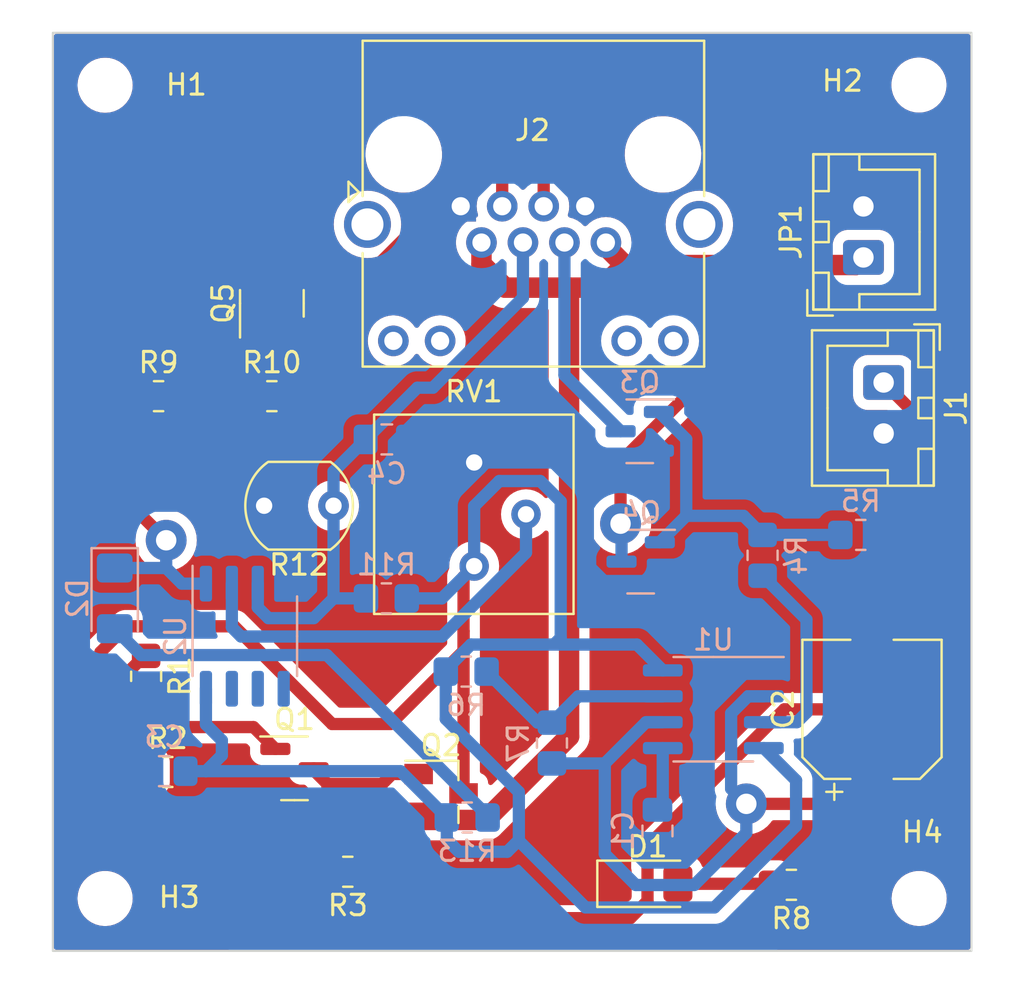
<source format=kicad_pcb>
(kicad_pcb (version 20221018) (generator pcbnew)
  (layers (0 "F.Cu" signal) (31 "B.Cu" signal) (34 "B.Paste" user) (35 "F.Paste" user) (36 "B.SilkS" user "B.Silkscreen") (37 "F.SilkS" user "F.Silkscreen") (38 "B.Mask" user) (39 "F.Mask" user) (44 "Edge.Cuts" user))
  (net 0 "")
  (net 1 "Net-(U1-CV)")
  (net 2 "GND")
  (net 3 "/Direccionales/TRIG")
  (net 4 "/+VL")
  (net 5 "/Luz Frontal/Vswf")
  (net 6 "Net-(D1-A)")
  (net 7 "/Luz Frontal/Vop")
  (net 8 "Net-(D2-A)")
  (net 9 "+5V")
  (net 10 "/Luz Frontal/VDD_FRONT")
  (net 11 "/Direccionales/VDD_der")
  (net 12 "/Direccionales/VDD_izq")
  (net 13 "/CtrLuces")
  (net 14 "Net-(Q1-Pad1)")
  (net 15 "Net-(Q2-G)")
  (net 16 "/Direccionales/Vosc")
  (net 17 "Net-(Q5-Pad1)")
  (net 18 "/Direccionales/V555")
  (net 19 "Net-(U1-DIS)")
  (net 20 "Net-(U2A--)")
  (footprint "MountingHole:MountingHole_2.2mm_M2" (layer "F.Cu") (at 72.43 32.56)
    (fp_text reference "H2" (at -3.75 -0.2) (layer "F.SilkS"))
    (fp_text value "MountingHole")
    (pad "" np_thru_hole circle (at 0 0) (size 2.2 2.2) (drill 2.2) (layers "*.Cu" "*.Mask"))
  )
  (footprint "MountingHole:MountingHole_2.2mm_M2" (layer "F.Cu") (at 32.56 32.57)
    (fp_text reference "H1" (at 3.98 -0.02) (layer "F.SilkS"))
    (fp_text value "MountingHole")
    (pad "" np_thru_hole circle (at 0 0) (size 2.2 2.2) (drill 2.2) (layers "*.Cu" "*.Mask"))
  )
  (footprint "Package_TO_SOT_SMD:SuperSOT-3" (layer "F.Cu") (at 49.02 67.28)
    (fp_text reference "Q2" (at 0 -2.35) (layer "F.SilkS"))
    (fp_text value "FDN340P")
    (fp_line (start -1.75 -1.6) (end 0.85 -1.6) (stroke (width 0.12)) (layer "F.SilkS"))
    (fp_line (start 0.85 -1.6) (end 0.85 -0.65) (stroke (width 0.12)) (layer "F.SilkS"))
    (fp_line (start 0.85 0.65) (end 0.85 1.45) (stroke (width 0.12)) (layer "F.SilkS"))
    (pad "1" smd rect (at -1.1 -0.95) (size 1.4 1) (layers "F.Cu" "F.Paste" "F.Mask") (net 15 "Net-(Q2-G)"))
    (pad "2" smd rect (at -1.1 0.95) (size 1.4 1) (layers "F.Cu" "F.Paste" "F.Mask") (net 9 "+5V"))
    (pad "3" smd rect (at 1.1 0) (size 1.4 1) (layers "F.Cu" "F.Paste" "F.Mask") (net 4 "/+VL"))
  )
  (footprint "MountingHole:MountingHole_2.2mm_M2" (layer "F.Cu") (at 32.56 72.43)
    (fp_text reference "H3" (at 3.63 -0.06) (layer "F.SilkS"))
    (fp_text value "MountingHole")
    (pad "" np_thru_hole circle (at 0 0) (size 2.2 2.2) (drill 2.2) (layers "*.Cu" "*.Mask"))
  )
  (footprint "Resistor_SMD:R_0805_2012Metric_Pad1.20x1.40mm_HandSolder" (layer "F.Cu") (at 40.73 47.81)
    (fp_text reference "R10" (at 0 -1.65) (layer "F.SilkS"))
    (fp_text value "100k")
    (fp_line (start -0.227064 -0.735) (end 0.227064 -0.735) (stroke (width 0.12)) (layer "F.SilkS"))
    (fp_line (start -0.227064 0.735) (end 0.227064 0.735) (stroke (width 0.12)) (layer "F.SilkS"))
    (pad "1" smd roundrect (at -1 0) (size 1.2 1.4) (layers "F.Cu" "F.Paste" "F.Mask") (roundrect_rratio 0.208333) (net 17 "Net-(Q5-Pad1)"))
    (pad "2" smd roundrect (at 1 0) (size 1.2 1.4) (layers "F.Cu" "F.Paste" "F.Mask") (roundrect_rratio 0.208333) (net 2 "GND"))
  )
  (footprint "Connector_JST:JST_XH_B2B-XH-A_1x02_P2.50mm_Vertical" (layer "F.Cu") (at 69.71 41.01 90)
    (fp_text reference "JP1" (at 1.25 -3.55 90) (layer "F.SilkS"))
    (fp_text value "Conn_01x02")
    (fp_line (start -2.85 -2.75) (end -2.85 -1.5) (stroke (width 0.12)) (layer "F.SilkS"))
    (fp_line (start -2.56 -2.46) (end -2.56 3.51) (stroke (width 0.12)) (layer "F.SilkS"))
    (fp_line (start -2.56 3.51) (end 5.06 3.51) (stroke (width 0.12)) (layer "F.SilkS"))
    (fp_line (start -2.55 -2.45) (end -2.55 -1.7) (stroke (width 0.12)) (layer "F.SilkS"))
    (fp_line (start -2.55 -1.7) (end -0.75 -1.7) (stroke (width 0.12)) (layer "F.SilkS"))
    (fp_line (start -2.55 -0.2) (end -1.8 -0.2) (stroke (width 0.12)) (layer "F.SilkS"))
    (fp_line (start -1.8 -0.2) (end -1.8 2.75) (stroke (width 0.12)) (layer "F.SilkS"))
    (fp_line (start -1.8 2.75) (end 1.25 2.75) (stroke (width 0.12)) (layer "F.SilkS"))
    (fp_line (start -1.6 -2.75) (end -2.85 -2.75) (stroke (width 0.12)) (layer "F.SilkS"))
    (fp_line (start -0.75 -2.45) (end -2.55 -2.45) (stroke (width 0.12)) (layer "F.SilkS"))
    (fp_line (start -0.75 -1.7) (end -0.75 -2.45) (stroke (width 0.12)) (layer "F.SilkS"))
    (fp_line (start 0.75 -2.45) (end 0.75 -1.7) (stroke (width 0.12)) (layer "F.SilkS"))
    (fp_line (start 0.75 -1.7) (end 1.75 -1.7) (stroke (width 0.12)) (layer "F.SilkS"))
    (fp_line (start 1.75 -2.45) (end 0.75 -2.45) (stroke (width 0.12)) (layer "F.SilkS"))
    (fp_line (start 1.75 -1.7) (end 1.75 -2.45) (stroke (width 0.12)) (layer "F.SilkS"))
    (fp_line (start 3.25 -2.45) (end 3.25 -1.7) (stroke (width 0.12)) (layer "F.SilkS"))
    (fp_line (start 3.25 -1.7) (end 5.05 -1.7) (stroke (width 0.12)) (layer "F.SilkS"))
    (fp_line (start 4.3 -0.2) (end 4.3 2.75) (stroke (width 0.12)) (layer "F.SilkS"))
    (fp_line (start 4.3 2.75) (end 1.25 2.75) (stroke (width 0.12)) (layer "F.SilkS"))
    (fp_line (start 5.05 -2.45) (end 3.25 -2.45) (stroke (width 0.12)) (layer "F.SilkS"))
    (fp_line (start 5.05 -1.7) (end 5.05 -2.45) (stroke (width 0.12)) (layer "F.SilkS"))
    (fp_line (start 5.05 -0.2) (end 4.3 -0.2) (stroke (width 0.12)) (layer "F.SilkS"))
    (fp_line (start 5.06 -2.46) (end -2.56 -2.46) (stroke (width 0.12)) (layer "F.SilkS"))
    (fp_line (start 5.06 3.51) (end 5.06 -2.46) (stroke (width 0.12)) (layer "F.SilkS"))
    (pad "1" thru_hole roundrect (at 0 0 90) (size 1.7 2) (drill 1) (layers "*.Cu" "*.Mask") (roundrect_rratio 0.147059) (net 9 "+5V"))
    (pad "2" thru_hole oval (at 2.5 0 90) (size 1.7 2) (drill 1) (layers "*.Cu" "*.Mask") (net 2 "GND"))
  )
  (footprint "Connector_RJ:RJ45_Amphenol_RJHSE538X" (layer "F.Cu") (at 49.982 38.5)
    (fp_text reference "J2" (at 3.51 -3.72) (layer "F.SilkS"))
    (fp_text value "RJ45")
    (fp_line (start -5.5 -1.2) (end -5 -0.7) (stroke (width 0.12)) (layer "F.SilkS"))
    (fp_line (start -5.5 -0.2) (end -5.5 -1.2) (stroke (width 0.12)) (layer "F.SilkS"))
    (fp_line (start -5 -0.7) (end -5.5 -0.2) (stroke (width 0.12)) (layer "F.SilkS"))
    (fp_line (start -4.805 -8.11) (end -4.805 -0.5) (stroke (width 0.12)) (layer "F.SilkS"))
    (fp_line (start -4.805 -8.11) (end 11.925 -8.11) (stroke (width 0.12)) (layer "F.SilkS"))
    (fp_line (start -4.805 7.86) (end -4.805 2.3) (stroke (width 0.12)) (layer "F.SilkS"))
    (fp_line (start -4.805 7.86) (end 11.925 7.86) (stroke (width 0.12)) (layer "F.SilkS"))
    (fp_line (start 11.925 -8.11) (end 11.925 -0.5) (stroke (width 0.12)) (layer "F.SilkS"))
    (fp_line (start 11.925 7.86) (end 11.925 2.3) (stroke (width 0.12)) (layer "F.SilkS"))
    (pad "" np_thru_hole circle (at -2.79 -2.54) (size 3.25 3.25) (drill 3.25) (layers "*.Cu" "*.Mask"))
    (pad "" np_thru_hole circle (at 9.91 -2.54) (size 3.25 3.25) (drill 3.25) (layers "*.Cu" "*.Mask"))
    (pad "1" thru_hole rect (at 0 0) (size 1.5 1.5) (drill 0.89) (layers "*.Cu" "*.Mask") (net 2 "GND"))
    (pad "2" thru_hole circle (at 1.016 1.78) (size 1.5 1.5) (drill 0.89) (layers "*.Cu" "*.Mask") (net 9 "+5V"))
    (pad "3" thru_hole circle (at 2.032 0) (size 1.5 1.5) (drill 0.89) (layers "*.Cu" "*.Mask") (net 10 "/Luz Frontal/VDD_FRONT"))
    (pad "4" thru_hole circle (at 3.048 1.78) (size 1.5 1.5) (drill 0.89) (layers "*.Cu" "*.Mask") (net 5 "/Luz Frontal/Vswf"))
    (pad "5" thru_hole circle (at 4.064 0) (size 1.5 1.5) (drill 0.89) (layers "*.Cu" "*.Mask") (net 11 "/Direccionales/VDD_der"))
    (pad "6" thru_hole circle (at 5.08 1.78) (size 1.5 1.5) (drill 0.89) (layers "*.Cu" "*.Mask") (net 12 "/Direccionales/VDD_izq"))
    (pad "7" thru_hole circle (at 6.096 0) (size 1.5 1.5) (drill 0.89) (layers "*.Cu" "*.Mask") (net 2 "GND"))
    (pad "8" thru_hole circle (at 7.112 1.78) (size 1.5 1.5) (drill 0.89) (layers "*.Cu" "*.Mask") (net 9 "+5V"))
    (pad "9" thru_hole circle (at -3.3 6.6) (size 1.5 1.5) (drill 0.89) (layers "*.Cu" "*.Mask"))
    (pad "10" thru_hole circle (at -1.01 6.6) (size 1.5 1.5) (drill 0.89) (layers "*.Cu" "*.Mask"))
    (pad "11" thru_hole circle (at 8.13 6.6) (size 1.5 1.5) (drill 0.89) (layers "*.Cu" "*.Mask"))
    (pad "12" thru_hole circle (at 10.42 6.6) (size 1.5 1.5) (drill 0.89) (layers "*.Cu" "*.Mask"))
    (pad "SH" thru_hole circle (at -4.57 0.89) (size 2.3 2.3) (drill 1.57) (layers "*.Cu" "*.Mask"))
    (pad "SH" thru_hole circle (at 11.69 0.89) (size 2.3 2.3) (drill 1.57) (layers "*.Cu" "*.Mask"))
  )
  (footprint "Connector_JST:JST_XH_B2B-XH-A_1x02_P2.50mm_Vertical" (layer "F.Cu") (at 70.7 47.14 -90)
    (fp_text reference "J1" (at 1.25 -3.55 90) (layer "F.SilkS"))
    (fp_text value "Conn_01x02")
    (fp_line (start -2.85 -2.75) (end -2.85 -1.5) (stroke (width 0.12)) (layer "F.SilkS"))
    (fp_line (start -2.56 -2.46) (end -2.56 3.51) (stroke (width 0.12)) (layer "F.SilkS"))
    (fp_line (start -2.56 3.51) (end 5.06 3.51) (stroke (width 0.12)) (layer "F.SilkS"))
    (fp_line (start -2.55 -2.45) (end -2.55 -1.7) (stroke (width 0.12)) (layer "F.SilkS"))
    (fp_line (start -2.55 -1.7) (end -0.75 -1.7) (stroke (width 0.12)) (layer "F.SilkS"))
    (fp_line (start -2.55 -0.2) (end -1.8 -0.2) (stroke (width 0.12)) (layer "F.SilkS"))
    (fp_line (start -1.8 -0.2) (end -1.8 2.75) (stroke (width 0.12)) (layer "F.SilkS"))
    (fp_line (start -1.8 2.75) (end 1.25 2.75) (stroke (width 0.12)) (layer "F.SilkS"))
    (fp_line (start -1.6 -2.75) (end -2.85 -2.75) (stroke (width 0.12)) (layer "F.SilkS"))
    (fp_line (start -0.75 -2.45) (end -2.55 -2.45) (stroke (width 0.12)) (layer "F.SilkS"))
    (fp_line (start -0.75 -1.7) (end -0.75 -2.45) (stroke (width 0.12)) (layer "F.SilkS"))
    (fp_line (start 0.75 -2.45) (end 0.75 -1.7) (stroke (width 0.12)) (layer "F.SilkS"))
    (fp_line (start 0.75 -1.7) (end 1.75 -1.7) (stroke (width 0.12)) (layer "F.SilkS"))
    (fp_line (start 1.75 -2.45) (end 0.75 -2.45) (stroke (width 0.12)) (layer "F.SilkS"))
    (fp_line (start 1.75 -1.7) (end 1.75 -2.45) (stroke (width 0.12)) (layer "F.SilkS"))
    (fp_line (start 3.25 -2.45) (end 3.25 -1.7) (stroke (width 0.12)) (layer "F.SilkS"))
    (fp_line (start 3.25 -1.7) (end 5.05 -1.7) (stroke (width 0.12)) (layer "F.SilkS"))
    (fp_line (start 4.3 -0.2) (end 4.3 2.75) (stroke (width 0.12)) (layer "F.SilkS"))
    (fp_line (start 4.3 2.75) (end 1.25 2.75) (stroke (width 0.12)) (layer "F.SilkS"))
    (fp_line (start 5.05 -2.45) (end 3.25 -2.45) (stroke (width 0.12)) (layer "F.SilkS"))
    (fp_line (start 5.05 -1.7) (end 5.05 -2.45) (stroke (width 0.12)) (layer "F.SilkS"))
    (fp_line (start 5.05 -0.2) (end 4.3 -0.2) (stroke (width 0.12)) (layer "F.SilkS"))
    (fp_line (start 5.06 -2.46) (end -2.56 -2.46) (stroke (width 0.12)) (layer "F.SilkS"))
    (fp_line (start 5.06 3.51) (end 5.06 -2.46) (stroke (width 0.12)) (layer "F.SilkS"))
    (pad "1" thru_hole roundrect (at 0 0 270) (size 1.7 2) (drill 1) (layers "*.Cu" "*.Mask") (roundrect_rratio 0.147059) (net 13 "/CtrLuces"))
    (pad "2" thru_hole oval (at 2.5 0 270) (size 1.7 2) (drill 1) (layers "*.Cu" "*.Mask") (net 2 "GND"))
  )
  (footprint "LED_SMD:LED_1206_3216Metric_Pad1.42x1.75mm_HandSolder" (layer "F.Cu") (at 59.1325 71.71)
    (fp_text reference "D1" (at 0 -1.82) (layer "F.SilkS"))
    (fp_text value "Power LED")
    (fp_line (start -2.46 -1.135) (end -2.46 1.135) (stroke (width 0.12)) (layer "F.SilkS"))
    (fp_line (start -2.46 1.135) (end 1.6 1.135) (stroke (width 0.12)) (layer "F.SilkS"))
    (fp_line (start 1.6 -1.135) (end -2.46 -1.135) (stroke (width 0.12)) (layer "F.SilkS"))
    (pad "1" smd roundrect (at -1.4875 0) (size 1.425 1.75) (layers "F.Cu" "F.Paste" "F.Mask") (roundrect_rratio 0.175439) (net 2 "GND"))
    (pad "2" smd roundrect (at 1.4875 0) (size 1.425 1.75) (layers "F.Cu" "F.Paste" "F.Mask") (roundrect_rratio 0.175439) (net 6 "Net-(D1-A)"))
  )
  (footprint "Resistor_SMD:R_0805_2012Metric_Pad1.20x1.40mm_HandSolder" (layer "F.Cu") (at 34.57 61.54 -90)
    (fp_text reference "R1" (at 0 -1.65 90) (layer "F.SilkS"))
    (fp_text value "1k")
    (fp_line (start -0.227064 -0.735) (end 0.227064 -0.735) (stroke (width 0.12)) (layer "F.SilkS"))
    (fp_line (start -0.227064 0.735) (end 0.227064 0.735) (stroke (width 0.12)) (layer "F.SilkS"))
    (pad "1" smd roundrect (at -1 0 270) (size 1.2 1.4) (layers "F.Cu" "F.Paste" "F.Mask") (roundrect_rratio 0.208333) (net 13 "/CtrLuces"))
    (pad "2" smd roundrect (at 1 0 270) (size 1.2 1.4) (layers "F.Cu" "F.Paste" "F.Mask") (roundrect_rratio 0.208333) (net 14 "Net-(Q1-Pad1)"))
  )
  (footprint "Resistor_SMD:R_0805_2012Metric_Pad1.20x1.40mm_HandSolder" (layer "F.Cu") (at 35.18 47.81)
    (fp_text reference "R9" (at 0 -1.65) (layer "F.SilkS"))
    (fp_text value "1k")
    (fp_line (start -0.227064 -0.735) (end 0.227064 -0.735) (stroke (width 0.12)) (layer "F.SilkS"))
    (fp_line (start -0.227064 0.735) (end 0.227064 0.735) (stroke (width 0.12)) (layer "F.SilkS"))
    (pad "1" smd roundrect (at -1 0) (size 1.2 1.4) (layers "F.Cu" "F.Paste" "F.Mask") (roundrect_rratio 0.208333) (net 7 "/Luz Frontal/Vop"))
    (pad "2" smd roundrect (at 1 0) (size 1.2 1.4) (layers "F.Cu" "F.Paste" "F.Mask") (roundrect_rratio 0.208333) (net 17 "Net-(Q5-Pad1)"))
  )
  (footprint "Resistor_SMD:R_0805_2012Metric_Pad1.20x1.40mm_HandSolder" (layer "F.Cu") (at 44.45 71.12 180)
    (fp_text reference "R3" (at 0 -1.65) (layer "F.SilkS"))
    (fp_text value "100k")
    (fp_line (start -0.227064 -0.735) (end 0.227064 -0.735) (stroke (width 0.12)) (layer "F.SilkS"))
    (fp_line (start -0.227064 0.735) (end 0.227064 0.735) (stroke (width 0.12)) (layer "F.SilkS"))
    (pad "1" smd roundrect (at -1 0 180) (size 1.2 1.4) (layers "F.Cu" "F.Paste" "F.Mask") (roundrect_rratio 0.208333) (net 9 "+5V"))
    (pad "2" smd roundrect (at 1 0 180) (size 1.2 1.4) (layers "F.Cu" "F.Paste" "F.Mask") (roundrect_rratio 0.208333) (net 15 "Net-(Q2-G)"))
  )
  (footprint "Capacitor_SMD:CP_Elec_6.3x5.4" (layer "F.Cu") (at 70.13 63.16 90)
    (fp_text reference "C2" (at 0 -4.35 90) (layer "F.SilkS"))
    (fp_text value "100u")
    (fp_line (start -4.4375 -1.8475) (end -3.65 -1.8475) (stroke (width 0.12)) (layer "F.SilkS"))
    (fp_line (start -4.04375 -2.24125) (end -4.04375 -1.45375) (stroke (width 0.12)) (layer "F.SilkS"))
    (fp_line (start -3.41 -2.345563) (end -3.41 -1.06) (stroke (width 0.12)) (layer "F.SilkS"))
    (fp_line (start -3.41 -2.345563) (end -2.345563 -3.41) (stroke (width 0.12)) (layer "F.SilkS"))
    (fp_line (start -3.41 2.345563) (end -3.41 1.06) (stroke (width 0.12)) (layer "F.SilkS"))
    (fp_line (start -3.41 2.345563) (end -2.345563 3.41) (stroke (width 0.12)) (layer "F.SilkS"))
    (fp_line (start -2.345563 -3.41) (end 3.41 -3.41) (stroke (width 0.12)) (layer "F.SilkS"))
    (fp_line (start -2.345563 3.41) (end 3.41 3.41) (stroke (width 0.12)) (layer "F.SilkS"))
    (fp_line (start 3.41 -3.41) (end 3.41 -1.06) (stroke (width 0.12)) (layer "F.SilkS"))
    (fp_line (start 3.41 3.41) (end 3.41 1.06) (stroke (width 0.12)) (layer "F.SilkS"))
    (pad "1" smd roundrect (at -2.8 0 90) (size 3.5 1.6) (layers "F.Cu" "F.Paste" "F.Mask") (roundrect_rratio 0.15625) (net 3 "/Direccionales/TRIG"))
    (pad "2" smd roundrect (at 2.8 0 90) (size 3.5 1.6) (layers "F.Cu" "F.Paste" "F.Mask") (roundrect_rratio 0.15625) (net 2 "GND"))
  )
  (footprint "MountingHole:MountingHole_2.2mm_M2" (layer "F.Cu") (at 72.44 72.43)
    (fp_text reference "H4" (at 0.15 -3.25) (layer "F.SilkS"))
    (fp_text value "MountingHole")
    (pad "" np_thru_hole circle (at 0 0) (size 2.2 2.2) (drill 2.2) (layers "*.Cu" "*.Mask"))
  )
  (footprint "OptoDevice:R_LDR_5.1x4.3mm_P3.4mm_Vertical" (layer "F.Cu") (at 43.75 53.18 180)
    (fp_text reference "R12" (at 1.7 -2.9) (layer "F.SilkS"))
    (fp_text value "LDR07")
    (fp_line (start 0.15 -2.15) (end 3.2 -2.15) (stroke (width 0.12)) (layer "F.SilkS"))
    (fp_line (start 0.15 2.15) (end 3.2 2.15) (stroke (width 0.12)) (layer "F.SilkS"))
    (fp_arc (start 0.15 2.15) (mid -0.950438 -0.013368) (end 0.171766 -2.165525) (stroke (width 0.12)) (layer "F.SilkS"))
    (fp_arc (start 3.2 -2.15) (mid 4.321403 -0.027338) (end 3.244513 2.118249) (stroke (width 0.12)) (layer "F.SilkS"))
    (pad "1" thru_hole circle (at 0 0 180) (size 1.5 1.5) (drill 0.8) (layers "*.Cu" "*.Mask") (net 5 "/Luz Frontal/Vswf"))
    (pad "2" thru_hole circle (at 3.4 0 180) (size 1.5 1.5) (drill 0.8) (layers "*.Cu" "*.Mask") (net 2 "GND"))
  )
  (footprint "Package_TO_SOT_SMD:SOT-23" (layer "F.Cu") (at 40.73 43.26 90)
    (fp_text reference "Q5" (at 0 -2.4 90) (layer "F.SilkS"))
    (fp_text value "SI2302")
    (fp_line (start 0 -1.56) (end -1.675 -1.56) (stroke (width 0.12)) (layer "F.SilkS"))
    (fp_line (start 0 -1.56) (end 0.65 -1.56) (stroke (width 0.12)) (layer "F.SilkS"))
    (fp_line (start 0 1.56) (end -0.65 1.56) (stroke (width 0.12)) (layer "F.SilkS"))
    (fp_line (start 0 1.56) (end 0.65 1.56) (stroke (width 0.12)) (layer "F.SilkS"))
    (pad "1" smd roundrect (at -0.9375 -0.95 90) (size 1.475 0.6) (layers "F.Cu" "F.Paste" "F.Mask") (net 17 "Net-(Q5-Pad1)"))
    (pad "2" smd roundrect (at -0.9375 0.95 90) (size 1.475 0.6) (layers "F.Cu" "F.Paste" "F.Mask") (net 2 "GND"))
    (pad "3" smd roundrect (at 0.9375 0 90) (size 1.475 0.6) (layers "F.Cu" "F.Paste" "F.Mask") (net 10 "/Luz Frontal/VDD_FRONT"))
  )
  (footprint "Package_TO_SOT_SMD:SOT-23" (layer "F.Cu") (at 41.8375 66.05)
    (fp_text reference "Q1" (at 0 -2.4) (layer "F.SilkS"))
    (fp_text value "SI2302")
    (fp_line (start 0 -1.56) (end -1.675 -1.56) (stroke (width 0.12)) (layer "F.SilkS"))
    (fp_line (start 0 -1.56) (end 0.65 -1.56) (stroke (width 0.12)) (layer "F.SilkS"))
    (fp_line (start 0 1.56) (end -0.65 1.56) (stroke (width 0.12)) (layer "F.SilkS"))
    (fp_line (start 0 1.56) (end 0.65 1.56) (stroke (width 0.12)) (layer "F.SilkS"))
    (pad "1" smd roundrect (at -0.9375 -0.95) (size 1.475 0.6) (layers "F.Cu" "F.Paste" "F.Mask") (net 14 "Net-(Q1-Pad1)"))
    (pad "2" smd roundrect (at -0.9375 0.95) (size 1.475 0.6) (layers "F.Cu" "F.Paste" "F.Mask") (net 2 "GND"))
    (pad "3" smd roundrect (at 0.9375 0) (size 1.475 0.6) (layers "F.Cu" "F.Paste" "F.Mask") (net 15 "Net-(Q2-G)"))
  )
  (footprint "Potentiometer_THT:Potentiometer_Bourns_3386P_Vertical" (layer "F.Cu") (at 50.64 56.14)
    (fp_text reference "RV1" (at -0.015 -8.555) (layer "F.SilkS"))
    (fp_text value "10k")
    (fp_line (start -4.9 -7.425) (end -4.9 2.345) (stroke (width 0.12)) (layer "F.SilkS"))
    (fp_line (start -4.9 -7.425) (end 4.87 -7.425) (stroke (width 0.12)) (layer "F.SilkS"))
    (fp_line (start -4.9 2.345) (end 4.87 2.345) (stroke (width 0.12)) (layer "F.SilkS"))
    (fp_line (start 4.87 -7.425) (end 4.87 2.345) (stroke (width 0.12)) (layer "F.SilkS"))
    (pad "1" thru_hole circle (at 0 0) (size 1.44 1.44) (drill 0.8) (layers "*.Cu" "*.Mask") (net 4 "/+VL"))
    (pad "2" thru_hole circle (at 2.54 -2.54) (size 1.44 1.44) (drill 0.8) (layers "*.Cu" "*.Mask") (net 20 "Net-(U2A--)"))
    (pad "3" thru_hole circle (at 0 -5.08) (size 1.44 1.44) (drill 0.8) (layers "*.Cu" "*.Mask") (net 2 "GND"))
  )
  (footprint "Resistor_SMD:R_0805_2012Metric_Pad1.20x1.40mm_HandSolder" (layer "F.Cu") (at 35.63 66.23)
    (fp_text reference "R2" (at 0 -1.65) (layer "F.SilkS"))
    (fp_text value "100k")
    (fp_line (start -0.227064 -0.735) (end 0.227064 -0.735) (stroke (width 0.12)) (layer "F.SilkS"))
    (fp_line (start -0.227064 0.735) (end 0.227064 0.735) (stroke (width 0.12)) (layer "F.SilkS"))
    (pad "1" smd roundrect (at -1 0) (size 1.2 1.4) (layers "F.Cu" "F.Paste" "F.Mask") (roundrect_rratio 0.208333) (net 14 "Net-(Q1-Pad1)"))
    (pad "2" smd roundrect (at 1 0) (size 1.2 1.4) (layers "F.Cu" "F.Paste" "F.Mask") (roundrect_rratio 0.208333) (net 2 "GND"))
  )
  (footprint "Resistor_SMD:R_0805_2012Metric_Pad1.20x1.40mm_HandSolder" (layer "F.Cu") (at 66.18 71.76 180)
    (fp_text reference "R8" (at 0 -1.65) (layer "F.SilkS"))
    (fp_text value "1k")
    (fp_line (start -0.227064 -0.735) (end 0.227064 -0.735) (stroke (width 0.12)) (layer "F.SilkS"))
    (fp_line (start -0.227064 0.735) (end 0.227064 0.735) (stroke (width 0.12)) (layer "F.SilkS"))
    (pad "1" smd roundrect (at -1 0 180) (size 1.2 1.4) (layers "F.Cu" "F.Paste" "F.Mask") (roundrect_rratio 0.208333) (net 4 "/+VL"))
    (pad "2" smd roundrect (at 1 0 180) (size 1.2 1.4) (layers "F.Cu" "F.Paste" "F.Mask") (roundrect_rratio 0.208333) (net 6 "Net-(D1-A)"))
  )
  (footprint "Package_SO:SOIC-8_3.9x4.9mm_P1.27mm" (layer "B.Cu") (at 62.355 63.155 180)
    (fp_text reference "U1" (at 0 3.4) (layer "B.SilkS") (effects (justify mirror)))
    (fp_text value "NA555D")
    (fp_line (start 0 -2.56) (end -1.95 -2.56) (stroke (width 0.12)) (layer "B.SilkS"))
    (fp_line (start 0 -2.56) (end 1.95 -2.56) (stroke (width 0.12)) (layer "B.SilkS"))
    (fp_line (start 0 2.56) (end -3.45 2.56) (stroke (width 0.12)) (layer "B.SilkS"))
    (fp_line (start 0 2.56) (end 1.95 2.56) (stroke (width 0.12)) (layer "B.SilkS"))
    (pad "1" smd roundrect (at -2.475 1.905 180) (size 1.95 0.6) (layers "B.Cu" "B.Paste" "B.Mask") (net 2 "GND"))
    (pad "2" smd roundrect (at -2.475 0.635 180) (size 1.95 0.6) (layers "B.Cu" "B.Paste" "B.Mask") (net 3 "/Direccionales/TRIG"))
    (pad "3" smd roundrect (at -2.475 -0.635 180) (size 1.95 0.6) (layers "B.Cu" "B.Paste" "B.Mask") (net 18 "/Direccionales/V555"))
    (pad "4" smd roundrect (at -2.475 -1.905 180) (size 1.95 0.6) (layers "B.Cu" "B.Paste" "B.Mask") (net 4 "/+VL"))
    (pad "5" smd roundrect (at 2.475 -1.905 180) (size 1.95 0.6) (layers "B.Cu" "B.Paste" "B.Mask") (net 1 "Net-(U1-CV)"))
    (pad "6" smd roundrect (at 2.475 -0.635 180) (size 1.95 0.6) (layers "B.Cu" "B.Paste" "B.Mask") (net 3 "/Direccionales/TRIG"))
    (pad "7" smd roundrect (at 2.475 0.635 180) (size 1.95 0.6) (layers "B.Cu" "B.Paste" "B.Mask") (net 19 "Net-(U1-DIS)"))
    (pad "8" smd roundrect (at 2.475 1.905 180) (size 1.95 0.6) (layers "B.Cu" "B.Paste" "B.Mask") (net 4 "/+VL"))
  )
  (footprint "Resistor_SMD:R_0805_2012Metric_Pad1.20x1.40mm_HandSolder" (layer "B.Cu") (at 46.34 57.72 180)
    (fp_text reference "R11" (at 0 1.65) (layer "B.SilkS") (effects (justify mirror)))
    (fp_text value "10k")
    (fp_line (start -0.227064 -0.735) (end 0.227064 -0.735) (stroke (width 0.12)) (layer "B.SilkS"))
    (fp_line (start -0.227064 0.735) (end 0.227064 0.735) (stroke (width 0.12)) (layer "B.SilkS"))
    (pad "1" smd roundrect (at -1 0 180) (size 1.2 1.4) (layers "B.Cu" "B.Paste" "B.Mask") (roundrect_rratio 0.208333) (net 4 "/+VL"))
    (pad "2" smd roundrect (at 1 0 180) (size 1.2 1.4) (layers "B.Cu" "B.Paste" "B.Mask") (roundrect_rratio 0.208333) (net 5 "/Luz Frontal/Vswf"))
  )
  (footprint "Resistor_SMD:R_0805_2012Metric_Pad1.20x1.40mm_HandSolder" (layer "B.Cu") (at 50.3 68.46)
    (fp_text reference "R13" (at 0 1.65) (layer "B.SilkS") (effects (justify mirror)))
    (fp_text value "1k")
    (fp_line (start -0.227064 -0.735) (end 0.227064 -0.735) (stroke (width 0.12)) (layer "B.SilkS"))
    (fp_line (start -0.227064 0.735) (end 0.227064 0.735) (stroke (width 0.12)) (layer "B.SilkS"))
    (pad "1" smd roundrect (at -1 0) (size 1.2 1.4) (layers "B.Cu" "B.Paste" "B.Mask") (roundrect_rratio 0.208333) (net 4 "/+VL"))
    (pad "2" smd roundrect (at 1 0) (size 1.2 1.4) (layers "B.Cu" "B.Paste" "B.Mask") (roundrect_rratio 0.208333) (net 8 "Net-(D2-A)"))
  )
  (footprint "Resistor_SMD:R_0805_2012Metric_Pad1.20x1.40mm_HandSolder" (layer "B.Cu") (at 64.77 55.61 90)
    (fp_text reference "R4" (at 0 1.65 90) (layer "B.SilkS") (effects (justify mirror)))
    (fp_text value "10k")
    (fp_line (start -0.227064 -0.735) (end 0.227064 -0.735) (stroke (width 0.12)) (layer "B.SilkS"))
    (fp_line (start -0.227064 0.735) (end 0.227064 0.735) (stroke (width 0.12)) (layer "B.SilkS"))
    (pad "1" smd roundrect (at -1 0 90) (size 1.2 1.4) (layers "B.Cu" "B.Paste" "B.Mask") (roundrect_rratio 0.208333) (net 18 "/Direccionales/V555"))
    (pad "2" smd roundrect (at 1 0 90) (size 1.2 1.4) (layers "B.Cu" "B.Paste" "B.Mask") (roundrect_rratio 0.208333) (net 16 "/Direccionales/Vosc"))
  )
  (footprint "Capacitor_SMD:C_0805_2012Metric_Pad1.18x1.45mm_HandSolder" (layer "B.Cu") (at 35.4625 66.19 180)
    (fp_text reference "C3" (at 0 1.68) (layer "B.SilkS") (effects (justify mirror)))
    (fp_text value "0.1u")
    (fp_line (start -0.261252 -0.735) (end 0.261252 -0.735) (stroke (width 0.12)) (layer "B.SilkS"))
    (fp_line (start -0.261252 0.735) (end 0.261252 0.735) (stroke (width 0.12)) (layer "B.SilkS"))
    (pad "1" smd roundrect (at -1.0375 0 180) (size 1.175 1.45) (layers "B.Cu" "B.Paste" "B.Mask") (roundrect_rratio 0.212766) (net 4 "/+VL"))
    (pad "2" smd roundrect (at 1.0375 0 180) (size 1.175 1.45) (layers "B.Cu" "B.Paste" "B.Mask") (roundrect_rratio 0.212766) (net 2 "GND"))
  )
  (footprint "Capacitor_SMD:C_0805_2012Metric_Pad1.18x1.45mm_HandSolder" (layer "B.Cu") (at 59.62 69.12 -90)
    (fp_text reference "C1" (at 0 1.68 90) (layer "B.SilkS") (effects (justify mirror)))
    (fp_text value "10n")
    (fp_line (start -0.261252 -0.735) (end 0.261252 -0.735) (stroke (width 0.12)) (layer "B.SilkS"))
    (fp_line (start -0.261252 0.735) (end 0.261252 0.735) (stroke (width 0.12)) (layer "B.SilkS"))
    (pad "1" smd roundrect (at -1.0375 0 270) (size 1.175 1.45) (layers "B.Cu" "B.Paste" "B.Mask") (roundrect_rratio 0.212766) (net 1 "Net-(U1-CV)"))
    (pad "2" smd roundrect (at 1.0375 0 270) (size 1.175 1.45) (layers "B.Cu" "B.Paste" "B.Mask") (roundrect_rratio 0.212766) (net 2 "GND"))
  )
  (footprint "Package_TO_SOT_SMD:SOT-23" (layer "B.Cu") (at 58.7975 55.92 180)
    (fp_text reference "Q4" (at 0 2.4) (layer "B.SilkS") (effects (justify mirror)))
    (fp_text value "SI2302")
    (fp_line (start 0 -1.56) (end -0.65 -1.56) (stroke (width 0.12)) (layer "B.SilkS"))
    (fp_line (start 0 -1.56) (end 0.65 -1.56) (stroke (width 0.12)) (layer "B.SilkS"))
    (fp_line (start 0 1.56) (end -1.675 1.56) (stroke (width 0.12)) (layer "B.SilkS"))
    (fp_line (start 0 1.56) (end 0.65 1.56) (stroke (width 0.12)) (layer "B.SilkS"))
    (pad "1" smd roundrect (at -0.9375 0.95 180) (size 1.475 0.6) (layers "B.Cu" "B.Paste" "B.Mask") (net 16 "/Direccionales/Vosc"))
    (pad "2" smd roundrect (at -0.9375 -0.95 180) (size 1.475 0.6) (layers "B.Cu" "B.Paste" "B.Mask") (net 2 "GND"))
    (pad "3" smd roundrect (at 0.9375 0 180) (size 1.475 0.6) (layers "B.Cu" "B.Paste" "B.Mask") (net 11 "/Direccionales/VDD_der"))
  )
  (footprint "Resistor_SMD:R_0805_2012Metric_Pad1.20x1.40mm_HandSolder" (layer "B.Cu") (at 50.25 61.31)
    (fp_text reference "R6" (at 0 1.65) (layer "B.SilkS") (effects (justify mirror)))
    (fp_text value "1k")
    (fp_line (start -0.227064 -0.735) (end 0.227064 -0.735) (stroke (width 0.12)) (layer "B.SilkS"))
    (fp_line (start -0.227064 0.735) (end 0.227064 0.735) (stroke (width 0.12)) (layer "B.SilkS"))
    (pad "1" smd roundrect (at -1 0) (size 1.2 1.4) (layers "B.Cu" "B.Paste" "B.Mask") (roundrect_rratio 0.208333) (net 4 "/+VL"))
    (pad "2" smd roundrect (at 1 0) (size 1.2 1.4) (layers "B.Cu" "B.Paste" "B.Mask") (roundrect_rratio 0.208333) (net 19 "Net-(U1-DIS)"))
  )
  (footprint "LED_SMD:LED_1206_3216Metric_Pad1.42x1.75mm_HandSolder" (layer "B.Cu") (at 33.03 57.72 -90)
    (fp_text reference "D2" (at 0 1.82 90) (layer "B.SilkS") (effects (justify mirror)))
    (fp_text value "Detection LED")
    (fp_line (start -2.46 -1.135) (end 1.6 -1.135) (stroke (width 0.12)) (layer "B.SilkS"))
    (fp_line (start -2.46 1.135) (end -2.46 -1.135) (stroke (width 0.12)) (layer "B.SilkS"))
    (fp_line (start 1.6 1.135) (end -2.46 1.135) (stroke (width 0.12)) (layer "B.SilkS"))
    (pad "1" smd roundrect (at -1.4875 0 270) (size 1.425 1.75) (layers "B.Cu" "B.Paste" "B.Mask") (roundrect_rratio 0.175439) (net 7 "/Luz Frontal/Vop"))
    (pad "2" smd roundrect (at 1.4875 0 270) (size 1.425 1.75) (layers "B.Cu" "B.Paste" "B.Mask") (roundrect_rratio 0.175439) (net 8 "Net-(D2-A)"))
  )
  (footprint "Package_TO_SOT_SMD:SOT-23" (layer "B.Cu") (at 58.7525 49.53 180)
    (fp_text reference "Q3" (at 0 2.4) (layer "B.SilkS") (effects (justify mirror)))
    (fp_text value "SI2302")
    (fp_line (start 0 -1.56) (end -0.65 -1.56) (stroke (width 0.12)) (layer "B.SilkS"))
    (fp_line (start 0 -1.56) (end 0.65 -1.56) (stroke (width 0.12)) (layer "B.SilkS"))
    (fp_line (start 0 1.56) (end -1.675 1.56) (stroke (width 0.12)) (layer "B.SilkS"))
    (fp_line (start 0 1.56) (end 0.65 1.56) (stroke (width 0.12)) (layer "B.SilkS"))
    (pad "1" smd roundrect (at -0.9375 0.95 180) (size 1.475 0.6) (layers "B.Cu" "B.Paste" "B.Mask") (net 16 "/Direccionales/Vosc"))
    (pad "2" smd roundrect (at -0.9375 -0.95 180) (size 1.475 0.6) (layers "B.Cu" "B.Paste" "B.Mask") (net 2 "GND"))
    (pad "3" smd roundrect (at 0.9375 0 180) (size 1.475 0.6) (layers "B.Cu" "B.Paste" "B.Mask") (net 12 "/Direccionales/VDD_izq"))
  )
  (footprint "Resistor_SMD:R_0805_2012Metric_Pad1.20x1.40mm_HandSolder" (layer "B.Cu") (at 69.58 54.61 180)
    (fp_text reference "R5" (at 0 1.65) (layer "B.SilkS") (effects (justify mirror)))
    (fp_text value "220k")
    (fp_line (start -0.227064 -0.735) (end 0.227064 -0.735) (stroke (width 0.12)) (layer "B.SilkS"))
    (fp_line (start -0.227064 0.735) (end 0.227064 0.735) (stroke (width 0.12)) (layer "B.SilkS"))
    (pad "1" smd roundrect (at -1 0 180) (size 1.2 1.4) (layers "B.Cu" "B.Paste" "B.Mask") (roundrect_rratio 0.208333) (net 2 "GND"))
    (pad "2" smd roundrect (at 1 0 180) (size 1.2 1.4) (layers "B.Cu" "B.Paste" "B.Mask") (roundrect_rratio 0.208333) (net 16 "/Direccionales/Vosc"))
  )
  (footprint "Capacitor_SMD:C_0805_2012Metric_Pad1.18x1.45mm_HandSolder" (layer "B.Cu") (at 46.36 49.93)
    (fp_text reference "C4" (at 0 1.68) (layer "B.SilkS") (effects (justify mirror)))
    (fp_text value "0.1u")
    (fp_line (start -0.261252 -0.735) (end 0.261252 -0.735) (stroke (width 0.12)) (layer "B.SilkS"))
    (fp_line (start -0.261252 0.735) (end 0.261252 0.735) (stroke (width 0.12)) (layer "B.SilkS"))
    (pad "1" smd roundrect (at -1.0375 0) (size 1.175 1.45) (layers "B.Cu" "B.Paste" "B.Mask") (roundrect_rratio 0.212766) (net 5 "/Luz Frontal/Vswf"))
    (pad "2" smd roundrect (at 1.0375 0) (size 1.175 1.45) (layers "B.Cu" "B.Paste" "B.Mask") (roundrect_rratio 0.212766) (net 2 "GND"))
  )
  (footprint "Package_SO:SO-8_3.9x4.9mm_P1.27mm" (layer "B.Cu") (at 39.405 59.575 -90)
    (fp_text reference "U2" (at 0 3.4 90) (layer "B.SilkS") (effects (justify mirror)))
    (fp_text value "LM358")
    (fp_line (start 0 -2.56) (end -1.95 -2.56) (stroke (width 0.12)) (layer "B.SilkS"))
    (fp_line (start 0 -2.56) (end 1.95 -2.56) (stroke (width 0.12)) (layer "B.SilkS"))
    (fp_line (start 0 2.56) (end -3.45 2.56) (stroke (width 0.12)) (layer "B.SilkS"))
    (fp_line (start 0 2.56) (end 1.95 2.56) (stroke (width 0.12)) (layer "B.SilkS"))
    (pad "1" smd roundrect (at -2.575 1.905 270) (size 1.75 0.6) (layers "B.Cu" "B.Paste" "B.Mask") (net 7 "/Luz Frontal/Vop"))
    (pad "2" smd roundrect (at -2.575 0.635 270) (size 1.75 0.6) (layers "B.Cu" "B.Paste" "B.Mask") (net 20 "Net-(U2A--)"))
    (pad "3" smd roundrect (at -2.575 -0.635 270) (size 1.75 0.6) (layers "B.Cu" "B.Paste" "B.Mask") (net 5 "/Luz Frontal/Vswf"))
    (pad "4" smd roundrect (at -2.575 -1.905 270) (size 1.75 0.6) (layers "B.Cu" "B.Paste" "B.Mask") (net 2 "GND"))
    (pad "5" smd roundrect (at 2.575 -1.905 270) (size 1.75 0.6) (layers "B.Cu" "B.Paste" "B.Mask"))
    (pad "6" smd roundrect (at 2.575 -0.635 270) (size 1.75 0.6) (layers "B.Cu" "B.Paste" "B.Mask"))
    (pad "7" smd roundrect (at 2.575 0.635 270) (size 1.75 0.6) (layers "B.Cu" "B.Paste" "B.Mask"))
    (pad "8" smd roundrect (at 2.575 1.905 270) (size 1.75 0.6) (layers "B.Cu" "B.Paste" "B.Mask") (net 4 "/+VL"))
  )
  (footprint "Resistor_SMD:R_0805_2012Metric_Pad1.20x1.40mm_HandSolder" (layer "B.Cu") (at 54.45 64.81 -90)
    (fp_text reference "R7" (at 0 1.65 90) (layer "B.SilkS") (effects (justify mirror)))
    (fp_text value "2k")
    (fp_line (start -0.227064 -0.735) (end 0.227064 -0.735) (stroke (width 0.12)) (layer "B.SilkS"))
    (fp_line (start -0.227064 0.735) (end 0.227064 0.735) (stroke (width 0.12)) (layer "B.SilkS"))
    (pad "1" smd roundrect (at -1 0 270) (size 1.2 1.4) (layers "B.Cu" "B.Paste" "B.Mask") (roundrect_rratio 0.208333) (net 19 "Net-(U1-DIS)"))
    (pad "2" smd roundrect (at 1 0 270) (size 1.2 1.4) (layers "B.Cu" "B.Paste" "B.Mask") (roundrect_rratio 0.208333) (net 3 "/Direccionales/TRIG"))
  )
  (gr_rect (start 30 30) (end 75 75) (stroke (width 0.1)) (fill none) (layer "Edge.Cuts"))
  (segment (start 59.62 68.0825) (end 59.88 67.8225) (width 0.6) (layer "B.Cu") (net 1))
  (segment (start 59.88 67.8225) (end 59.88 65.06) (width 0.6) (layer "B.Cu") (net 1))
  (segment (start 41.73 47.81) (end 41.73 44.2475) (width 0.6) (layer "F.Cu") (net 2))
  (segment (start 41.73 51.06) (end 41.73 47.81) (width 0.6) (layer "F.Cu") (net 2))
  (segment (start 64.656 33.456) (end 69.71 38.51) (width 0.6) (layer "F.Cu") (net 2))
  (segment (start 37.4 67) (end 36.63 66.23) (width 0.6) (layer "F.Cu") (net 2))
  (segment (start 50.64 51.06) (end 41.73 51.06) (width 0.6) (layer "F.Cu") (net 2))
  (segment (start 56.078 38.5) (end 56.078 36.2499) (width 0.6) (layer "F.Cu") (net 2))
  (segment (start 57.645 70.0701) (end 57.645 71.71) (width 0.6) (layer "F.Cu") (net 2))
  (segment (start 49.982 38.5) (end 48.6301 38.5) (width 0.6) (layer "F.Cu") (net 2))
  (segment (start 43.0516 44.2475) (end 41.73 44.2475) (width 0.6) (layer "F.Cu") (net 2))
  (segment (start 57.645 71.71) (end 56.8965 72.4585) (width 0.6) (layer "F.Cu") (net 2))
  (segment (start 70.7 49.64) (end 70.7 51.0919) (width 0.6) (layer "F.Cu") (net 2))
  (segment (start 48.6301 38.669) (end 43.0516 44.2475) (width 0.6) (layer "F.Cu") (net 2))
  (segment (start 58.8719 33.456) (end 64.656 33.456) (width 0.6) (layer "F.Cu") (net 2))
  (segment (start 42.7139 72.4585) (end 40.9 70.6446) (width 0.6) (layer "F.Cu") (net 2))
  (segment (start 67.3551 60.36) (end 57.645 70.0701) (width 0.6) (layer "F.Cu") (net 2))
  (segment (start 70.13 51.6619) (end 70.13 60.36) (width 0.6) (layer "F.Cu") (net 2))
  (segment (start 40.9 70.6446) (end 40.9 67) (width 0.6) (layer "F.Cu") (net 2))
  (segment (start 40.9 67) (end 37.4 67) (width 0.6) (layer "F.Cu") (net 2))
  (segment (start 48.6301 38.5) (end 48.6301 38.669) (width 0.6) (layer "F.Cu") (net 2))
  (segment (start 70.7 51.0919) (end 70.13 51.6619) (width 0.6) (layer "F.Cu") (net 2))
  (segment (start 41.73 44.2475) (end 41.68 44.1975) (width 0.6) (layer "F.Cu") (net 2))
  (segment (start 41.73 51.8) (end 41.73 51.06) (width 0.6) (layer "F.Cu") (net 2))
  (segment (start 56.8965 72.4585) (end 42.7139 72.4585) (width 0.6) (layer "F.Cu") (net 2))
  (segment (start 56.078 36.2499) (end 58.8719 33.456) (width 0.6) (layer "F.Cu") (net 2))
  (segment (start 40.35 53.18) (end 41.73 51.8) (width 0.6) (layer "F.Cu") (net 2))
  (segment (start 70.13 60.36) (end 67.3551 60.36) (width 0.6) (layer "F.Cu") (net 2))
  (segment (start 56.9952 56.87) (end 59.735 56.87) (width 0.6) (layer "B.Cu") (net 2))
  (segment (start 70.58 51.2119) (end 70.58 54.61) (width 0.6) (layer "B.Cu") (net 2))
  (segment (start 56.2089 51.06) (end 56.2089 56.0837) (width 0.6) (layer "B.Cu") (net 2))
  (segment (start 69.71 38.51) (end 71.3119 38.51) (width 0.6) (layer "B.Cu") (net 2))
  (segment (start 59.735 56.87) (end 64.0291 61.1641) (width 0.6) (layer "B.Cu") (net 2))
  (segment (start 31.5211 55.3563) (end 31.5211 63.2861) (width 0.6) (layer "B.Cu") (net 2))
  (segment (start 40.35 53.18) (end 33.6974 53.18) (width 0.6) (layer "B.Cu") (net 2))
  (segment (start 49.982 38.5) (end 51.3856 37.0964) (width 0.6) (layer "B.Cu") (net 2))
  (segment (start 41.31 54.14) (end 40.35 53.18) (width 0.6) (layer "B.Cu") (net 2))
  (segment (start 31.5211 63.2861) (end 34.425 66.19) (width 0.6) (layer "B.Cu") (net 2))
  (segment (start 33.6974 53.18) (end 31.5211 55.3563) (width 0.6) (layer "B.Cu") (net 2))
  (segment (start 62.0507 67.7268) (end 62.0507 63.2284) (width 0.6) (layer "B.Cu") (net 2))
  (segment (start 70.7 50.3659) (end 72.3405 48.7254) (width 0.6) (layer "B.Cu") (net 2))
  (segment (start 62.0507 63.2284) (end 64.0291 61.25) (width 0.6) (layer "B.Cu") (net 2))
  (segment (start 72.3405 48.7254) (end 72.3405 39.5386) (width 0.6) (layer "B.Cu") (net 2))
  (segment (start 56.2089 51.06) (end 50.64 51.06) (width 0.6) (layer "B.Cu") (net 2))
  (segment (start 59.69 50.48) (end 59.11 51.06) (width 0.6) (layer "B.Cu") (net 2))
  (segment (start 54.6744 37.0964) (end 56.078 38.5) (width 0.6) (layer "B.Cu") (net 2))
  (segment (start 47.3975 49.93) (end 48.5275 51.06) (width 0.6) (layer "B.Cu") (net 2))
  (segment (start 72.3405 39.5386) (end 71.3119 38.51) (width 0.6) (layer "B.Cu") (net 2))
  (segment (start 41.31 57) (end 41.31 54.14) (width 0.6) (layer "B.Cu") (net 2))
  (segment (start 70.7 51.0919) (end 70.58 51.2119) (width 0.6) (layer "B.Cu") (net 2))
  (segment (start 70.7 50.3659) (end 70.7 51.0919) (width 0.6) (layer "B.Cu") (net 2))
  (segment (start 51.3856 37.0964) (end 54.6744 37.0964) (width 0.6) (layer "B.Cu") (net 2))
  (segment (start 64.0291 61.25) (end 64.83 61.25) (width 0.6) (layer "B.Cu") (net 2))
  (segment (start 64.0291 61.1641) (end 64.0291 61.25) (width 0.6) (layer "B.Cu") (net 2))
  (segment (start 59.11 51.06) (end 56.2089 51.06) (width 0.6) (layer "B.Cu") (net 2))
  (segment (start 59.62 70.1575) (end 62.0507 67.7268) (width 0.6) (layer "B.Cu") (net 2))
  (segment (start 48.5275 51.06) (end 50.64 51.06) (width 0.6) (layer "B.Cu") (net 2))
  (segment (start 56.2089 56.0837) (end 56.9952 56.87) (width 0.6) (layer "B.Cu") (net 2))
  (segment (start 70.7 49.64) (end 70.7 50.3659) (width 0.6) (layer "B.Cu") (net 2))
  (segment (start 70.13 65.96) (end 68.297509 67.792491) (width 0.6) (layer "F.Cu") (net 3))
  (segment (start 68.297509 67.792491) (end 63.972491 67.792491) (width 0.6) (layer "F.Cu") (net 3))
  (via (at 63.972491 67.792491) (size 2) (drill 1) (layers "F.Cu" "B.Cu") (net 3))
  (segment (start 63.2282 67.0482) (end 63.972491 67.792491) (width 0.6) (layer "B.Cu") (net 3))
  (segment (start 63.972491 67.717473) (end 63.972491 67.792491) (width 0.6) (layer "B.Cu") (net 3))
  (segment (start 61.42 71.77) (end 63.972491 69.217509) (width 0.6) (layer "B.Cu") (net 3))
  (segment (start 63.2282 63.3526) (end 63.2282 67.0482) (width 0.6) (layer "B.Cu") (net 3))
  (segment (start 63.2282 63.3526) (end 64.0608 62.52) (width 0.6) (layer "B.Cu") (net 3))
  (segment (start 59.88 63.79) (end 59.0592 63.79) (width 0.6) (layer "B.Cu") (net 3))
  (segment (start 57.0392 70.2492) (end 58.56 71.77) (width 0.6) (layer "B.Cu") (net 3))
  (segment (start 59.0592 63.79) (end 57.0392 65.81) (width 0.6) (layer "B.Cu") (net 3))
  (segment (start 58.56 71.77) (end 61.42 71.77) (width 0.6) (layer "B.Cu") (net 3))
  (segment (start 63.972491 69.217509) (end 63.972491 67.792491) (width 0.6) (layer "B.Cu") (net 3))
  (segment (start 57.0392 65.81) (end 57.0392 70.2492) (width 0.6) (layer "B.Cu") (net 3))
  (segment (start 64.0608 62.52) (end 64.83 62.52) (width 0.6) (layer "B.Cu") (net 3))
  (segment (start 57.0392 65.81) (end 54.45 65.81) (width 0.6) (layer "B.Cu") (net 3))
  (segment (start 39.3542 74.2946) (end 64.7465 74.2946) (width 0.6) (layer "F.Cu") (net 4))
  (segment (start 43.68 63.88) (end 38.89 59.09) (width 0.6) (layer "F.Cu") (net 4))
  (segment (start 50.12 59.3201) (end 50.12 60.3) (width 0.6) (layer "F.Cu") (net 4))
  (segment (start 50.64 56.14) (end 50.12 56.66) (width 0.6) (layer "F.Cu") (net 4))
  (segment (start 50.12 56.66) (end 50.12 59.3201) (width 0.6) (layer "F.Cu") (net 4))
  (segment (start 50.12 60.3) (end 46.54 63.88) (width 0.6) (layer "F.Cu") (net 4))
  (segment (start 32.3324 67.2728) (end 39.3542 74.2946) (width 0.6) (layer "F.Cu") (net 4))
  (segment (start 32.3324 60.3576) (end 32.3324 67.2728) (width 0.6) (layer "F.Cu") (net 4))
  (segment (start 38.89 59.09) (end 33.6 59.09) (width 0.6) (layer "F.Cu") (net 4))
  (segment (start 33.6 59.09) (end 32.3324 60.3576) (width 0.6) (layer "F.Cu") (net 4))
  (segment (start 46.54 63.88) (end 43.68 63.88) (width 0.6) (layer "F.Cu") (net 4))
  (segment (start 64.7465 74.2946) (end 67.18 71.8611) (width 0.6) (layer "F.Cu") (net 4))
  (segment (start 67.18 71.8611) (end 67.18 71.76) (width 0.6) (layer "F.Cu") (net 4))
  (segment (start 50.12 59.3201) (end 50.12 67.28) (width 0.6) (layer "F.Cu") (net 4))
  (segment (start 52.26 70.14) (end 52.83 69.57) (width 0.6) (layer "B.Cu") (net 4))
  (segment (start 49.25 61.31) (end 49.25 61.2162) (width 0.6) (layer "B.Cu") (net 4))
  (segment (start 50.64 53.2) (end 50.64 56.14) (width 0.6) (layer "B.Cu") (net 4))
  (segment (start 62.41 72.87) (end 66.41 68.87) (width 0.6) (layer "B.Cu") (net 4))
  (segment (start 56.0958 72.87) (end 52.83 69.6042) (width 0.6) (layer "B.Cu") (net 4))
  (segment (start 52.83 69.6042) (end 52.83 69.57) (width 0.6) (layer "B.Cu") (net 4))
  (segment (start 54.88 52.97) (end 53.88 51.97) (width 0.6) (layer "B.Cu") (net 4))
  (segment (start 53.88 51.97) (end 51.87 51.97) (width 0.6) (layer "B.Cu") (net 4))
  (segment (start 47.34 57.72) (end 49.06 57.72) (width 0.6) (layer "B.Cu") (net 4))
  (segment (start 49.3 69.55) (end 49.89 70.14) (width 0.6) (layer "B.Cu") (net 4))
  (segment (start 50.4828 59.9834) (end 54.5481 59.9834) (width 0.6) (layer "B.Cu") (net 4))
  (segment (start 49.89 70.14) (end 52.26 70.14) (width 0.6) (layer "B.Cu") (net 4))
  (segment (start 37.5 63.9) (end 38.28 64.68) (width 0.6) (layer "B.Cu") (net 4))
  (segment (start 38.28 65.41) (end 37.5 66.19) (width 0.6) (layer "B.Cu") (net 4))
  (segment (start 36.5 66.19) (end 37.5 66.19) (width 0.6) (layer "B.Cu") (net 4))
  (segment (start 54.5481 59.9834) (end 54.88 59.6515) (width 0.6) (layer "B.Cu") (net 4))
  (segment (start 54.5481 59.9834) (end 58.6134 59.9834) (width 0.6) (layer "B.Cu") (net 4))
  (segment (start 54.88 59.6515) (end 54.88 52.97) (width 0.6) (layer "B.Cu") (net 4))
  (segment (start 49.25 61.2162) (end 50.4828 59.9834) (width 0.6) (layer "B.Cu") (net 4))
  (segment (start 52.83 69.57) (end 52.83 67.2127) (width 0.6) (layer "B.Cu") (net 4))
  (segment (start 51.87 51.97) (end 50.64 53.2) (width 0.6) (layer "B.Cu") (net 4))
  (segment (start 49.3 68.46) (end 49.3 69.55) (width 0.6) (layer "B.Cu") (net 4))
  (segment (start 37.5 66.19) (end 47.03 66.19) (width 0.6) (layer "B.Cu") (net 4))
  (segment (start 58.6134 59.9834) (end 59.88 61.25) (width 0.6) (layer "B.Cu") (net 4))
  (segment (start 47.03 66.19) (end 49.3 68.46) (width 0.6) (layer "B.Cu") (net 4))
  (segment (start 49.06 57.72) (end 50.64 56.14) (width 0.6) (layer "B.Cu") (net 4))
  (segment (start 52.83 67.2127) (end 49.25 63.6327) (width 0.6) (layer "B.Cu") (net 4))
  (segment (start 49.25 63.6327) (end 49.25 61.31) (width 0.6) (layer "B.Cu") (net 4))
  (segment (start 38.28 64.68) (end 38.28 65.41) (width 0.6) (layer "B.Cu") (net 4))
  (segment (start 37.5 62.15) (end 37.5 63.9) (width 0.6) (layer "B.Cu") (net 4))
  (segment (start 66.41 66.64) (end 64.83 65.06) (width 0.6) (layer "B.Cu") (net 4))
  (segment (start 56.0958 72.87) (end 62.41 72.87) (width 0.6) (layer "B.Cu") (net 4))
  (segment (start 66.41 68.87) (end 66.41 66.64) (width 0.6) (layer "B.Cu") (net 4))
  (segment (start 43.75 57.72) (end 43.75 53.18) (width 0.6) (layer "B.Cu") (net 5))
  (segment (start 40.04 57) (end 40.04 58.17) (width 0.6) (layer "B.Cu") (net 5))
  (segment (start 47.8571 47.3954) (end 48.6183 47.3954) (width 0.6) (layer "B.Cu") (net 5))
  (segment (start 53.03 42.9837) (end 53.03 40.28) (width 0.6) (layer "B.Cu") (net 5))
  (segment (start 40.04 58.17) (end 40.56 58.69) (width 0.6) (layer "B.Cu") (net 5))
  (segment (start 40.56 58.69) (end 42.78 58.69) (width 0.6) (layer "B.Cu") (net 5))
  (segment (start 43.75 53.18) (end 43.75 51.5025) (width 0.6) (layer "B.Cu") (net 5))
  (segment (start 45.3225 49.93) (end 47.8571 47.3954) (width 0.6) (layer "B.Cu") (net 5))
  (segment (start 43.75 51.5025) (end 45.3225 49.93) (width 0.6) (layer "B.Cu") (net 5))
  (segment (start 42.78 58.69) (end 43.75 57.72) (width 0.6) (layer "B.Cu") (net 5))
  (segment (start 48.6183 47.3954) (end 53.03 42.9837) (width 0.6) (layer "B.Cu") (net 5))
  (segment (start 45.34 57.72) (end 43.75 57.72) (width 0.6) (layer "B.Cu") (net 5))
  (segment (start 60.62 71.71) (end 65.13 71.71) (width 0.6) (layer "F.Cu") (net 6))
  (segment (start 65.13 71.71) (end 65.18 71.76) (width 0.6) (layer "F.Cu") (net 6))
  (segment (start 35.5527 54.8732) (end 34.18 53.5005) (width 0.6) (layer "F.Cu") (net 7))
  (segment (start 34.18 53.5005) (end 34.18 47.81) (width 0.6) (layer "F.Cu") (net 7))
  (via (at 35.5527 54.8732) (size 2) (drill 1) (layers "F.Cu" "B.Cu") (net 7))
  (segment (start 36.3202 57) (end 35.5527 56.2325) (width 0.6) (layer "B.Cu") (net 7))
  (segment (start 35.5527 56.2325) (end 33.03 56.2325) (width 0.6) (layer "B.Cu") (net 7))
  (segment (start 35.5527 56.2325) (end 35.5527 54.8732) (width 0.6) (layer "B.Cu") (net 7))
  (segment (start 37.5 57) (end 36.3202 57) (width 0.6) (layer "B.Cu") (net 7))
  (segment (start 33.03 59.2075) (end 34.3225 60.5) (width 0.6) (layer "B.Cu") (net 8))
  (segment (start 43.4258 60.5) (end 51.3 68.3742) (width 0.6) (layer "B.Cu") (net 8))
  (segment (start 51.3 68.3742) (end 51.3 68.46) (width 0.6) (layer "B.Cu") (net 8))
  (segment (start 34.3225 60.5) (end 43.4258 60.5) (width 0.6) (layer "B.Cu") (net 8))
  (segment (start 52.14714 42.4898) (end 55.29 42.4898) (width 1) (layer "F.Cu") (net 9))
  (segment (start 50.998 41.34066) (end 52.14714 42.4898) (width 1) (layer "F.Cu") (net 9))
  (segment (start 51.202 68.5819) (end 48.2719 68.5819) (width 1) (layer "F.Cu") (net 9))
  (segment (start 56.8997 42.4898) (end 58.0079 41.3816) (width 1) (layer "F.Cu") (net 9))
  (segment (start 55.29 42.4898) (end 55.29 64.4939) (width 1) (layer "F.Cu") (net 9))
  (segment (start 45.45 71.12) (end 48.13 68.44) (width 1) (layer "F.Cu") (net 9))
  (segment (start 55.29 42.4898) (end 56.8997 42.4898) (width 1) (layer "F.Cu") (net 9))
  (segment (start 50.998 40.28) (end 50.998 41.34066) (width 1) (layer "F.Cu") (net 9))
  (segment (start 57.094 40.28) (end 57.094 40.4677) (width 1) (layer "F.Cu") (net 9))
  (segment (start 48.13 68.44) (end 47.92 68.23) (width 1) (layer "F.Cu") (net 9))
  (segment (start 48.2719 68.5819) (end 48.13 68.44) (width 1) (layer "F.Cu") (net 9))
  (segment (start 58.0079 41.3816) (end 69.3384 41.3816) (width 1) (layer "F.Cu") (net 9))
  (segment (start 57.094 40.4677) (end 58.0079 41.3816) (width 1) (layer "F.Cu") (net 9))
  (segment (start 69.3384 41.3816) (end 69.71 41.01) (width 1) (layer "F.Cu") (net 9))
  (segment (start 55.29 64.4939) (end 51.202 68.5819) (width 1) (layer "F.Cu") (net 9))
  (segment (start 49.2514 33.4814) (end 52.014 36.244) (width 0.6) (layer "F.Cu") (net 10))
  (segment (start 40.73 38.5) (end 45.7486 33.4814) (width 0.6) (layer "F.Cu") (net 10))
  (segment (start 52.014 36.244) (end 52.014 38.5) (width 0.6) (layer "F.Cu") (net 10))
  (segment (start 40.73 42.3225) (end 40.73 38.5) (width 0.6) (layer "F.Cu") (net 10))
  (segment (start 45.7486 33.4814) (end 49.2514 33.4814) (width 0.6) (layer "F.Cu") (net 10))
  (segment (start 58.01 32.12) (end 54.046 36.084) (width 0.6) (layer "F.Cu") (net 11))
  (segment (start 66.16 32.12) (end 58.01 32.12) (width 0.6) (layer "F.Cu") (net 11))
  (segment (start 65.02 43.81) (end 69.93 43.81) (width 0.6) (layer "F.Cu") (net 11))
  (segment (start 69.93 43.81) (end 71.8 41.94) (width 0.6) (layer "F.Cu") (net 11))
  (segment (start 71.8 37.76) (end 66.16 32.12) (width 0.6) (layer "F.Cu") (net 11))
  (segment (start 57.8108 51.0192) (end 65.02 43.81) (width 0.6) (layer "F.Cu") (net 11))
  (segment (start 54.046 36.084) (end 54.046 38.5) (width 0.6) (layer "F.Cu") (net 11))
  (segment (start 57.8108 54.0596) (end 57.8108 51.0192) (width 0.6) (layer "F.Cu") (net 11))
  (segment (start 71.8 41.94) (end 71.8 37.76) (width 0.6) (layer "F.Cu") (net 11))
  (via (at 57.8108 54.0596) (size 2) (drill 1) (layers "F.Cu" "B.Cu") (net 11))
  (segment (start 57.86 54.1088) (end 57.8108 54.0596) (width 0.6) (layer "B.Cu") (net 11))
  (segment (start 57.86 55.92) (end 57.86 54.1088) (width 0.6) (layer "B.Cu") (net 11))
  (segment (start 57.815 49.53) (end 55.062 46.777) (width 0.6) (layer "B.Cu") (net 12))
  (segment (start 55.062 46.777) (end 55.062 40.28) (width 0.6) (layer "B.Cu") (net 12))
  (segment (start 58.2897 73.3946) (end 39.7372 73.3946) (width 0.6) (layer "F.Cu") (net 13))
  (segment (start 59.1325 69.8582) (end 59.1325 72.5518) (width 0.6) (layer "F.Cu") (net 13))
  (segment (start 71.1801 63.1599) (end 65.8308 63.1599) (width 0.6) (layer "F.Cu") (net 13))
  (segment (start 39.7372 73.3946) (end 33.2343 66.8917) (width 0.6) (layer "F.Cu") (net 13))
  (segment (start 34.483 60.54) (end 34.57 60.54) (width 0.6) (layer "F.Cu") (net 13))
  (segment (start 33.2343 61.7887) (end 34.483 60.54) (width 0.6) (layer "F.Cu") (net 13))
  (segment (start 59.1325 72.5518) (end 58.2897 73.3946) (width 0.6) (layer "F.Cu") (net 13))
  (segment (start 72.78 49.22) (end 72.78 61.56) (width 0.6) (layer "F.Cu") (net 13))
  (segment (start 72.78 61.56) (end 71.1801 63.1599) (width 0.6) (layer "F.Cu") (net 13))
  (segment (start 65.8308 63.1599) (end 59.1325 69.8582) (width 0.6) (layer "F.Cu") (net 13))
  (segment (start 70.7 47.14) (end 72.78 49.22) (width 0.6) (layer "F.Cu") (net 13))
  (segment (start 33.2343 66.8917) (end 33.2343 61.7887) (width 0.6) (layer "F.Cu") (net 13))
  (segment (start 40.9 65.1) (end 39.83 64.03) (width 0.6) (layer "F.Cu") (net 14))
  (segment (start 35.52 64.03) (end 34.63 64.92) (width 0.6) (layer "F.Cu") (net 14))
  (segment (start 34.63 62.6) (end 34.63 64.92) (width 0.6) (layer "F.Cu") (net 14))
  (segment (start 39.83 64.03) (end 35.52 64.03) (width 0.6) (layer "F.Cu") (net 14))
  (segment (start 34.63 64.92) (end 34.63 66.23) (width 0.6) (layer "F.Cu") (net 14))
  (segment (start 34.57 62.54) (end 34.63 62.6) (width 0.6) (layer "F.Cu") (net 14))
  (segment (start 42.775 66.05) (end 42.775 66.1399) (width 0.6) (layer "F.Cu") (net 15))
  (segment (start 46.1332 66.8149) (end 46.6181 66.33) (width 0.6) (layer "F.Cu") (net 15))
  (segment (start 47.92 66.33) (end 46.6181 66.33) (width 0.6) (layer "F.Cu") (net 15))
  (segment (start 43.45 66.8149) (end 43.45 71.12) (width 0.6) (layer "F.Cu") (net 15))
  (segment (start 43.45 66.8149) (end 46.1332 66.8149) (width 0.6) (layer "F.Cu") (net 15))
  (segment (start 42.775 66.1399) (end 43.45 66.8149) (width 0.6) (layer "F.Cu") (net 15))
  (segment (start 68.58 54.61) (end 64.77 54.61) (width 0.6) (layer "B.Cu") (net 16))
  (segment (start 63.835 53.675) (end 64.77 54.61) (width 0.6) (layer "B.Cu") (net 16))
  (segment (start 61.03 49.92) (end 61.03 53.675) (width 0.6) (layer "B.Cu") (net 16))
  (segment (start 59.69 48.58) (end 61.03 49.92) (width 0.6) (layer "B.Cu") (net 16))
  (segment (start 61.03 53.675) (end 59.735 54.97) (width 0.6) (layer "B.Cu") (net 16))
  (segment (start 61.03 53.675) (end 63.835 53.675) (width 0.6) (layer "B.Cu") (net 16))
  (segment (start 39.73 44.2475) (end 39.73 47.81) (width 0.6) (layer "F.Cu") (net 17))
  (segment (start 39.78 44.1975) (end 39.73 44.2475) (width 0.6) (layer "F.Cu") (net 17))
  (segment (start 39.73 47.81) (end 36.18 47.81) (width 0.6) (layer "F.Cu") (net 17))
  (segment (start 66.92 58.76) (end 66.92 63.32) (width 0.6) (layer "B.Cu") (net 18))
  (segment (start 66.45 63.79) (end 64.83 63.79) (width 0.6) (layer "B.Cu") (net 18))
  (segment (start 66.92 63.32) (end 66.45 63.79) (width 0.6) (layer "B.Cu") (net 18))
  (segment (start 64.77 56.61) (end 66.92 58.76) (width 0.6) (layer "B.Cu") (net 18))
  (segment (start 55.74 62.52) (end 59.88 62.52) (width 0.6) (layer "B.Cu") (net 19))
  (segment (start 54.45 63.81) (end 53.75 63.81) (width 0.6) (layer "B.Cu") (net 19))
  (segment (start 53.75 63.81) (end 51.25 61.31) (width 0.6) (layer "B.Cu") (net 19))
  (segment (start 54.45 63.81) (end 55.74 62.52) (width 0.6) (layer "B.Cu") (net 19))
  (segment (start 53.18 55.4793) (end 53.18 53.6) (width 0.6) (layer "B.Cu") (net 20))
  (segment (start 49.0693 59.59) (end 53.18 55.4793) (width 0.6) (layer "B.Cu") (net 20))
  (segment (start 38.77 57) (end 38.77 59.14) (width 0.6) (layer "B.Cu") (net 20))
  (segment (start 38.77 59.14) (end 39.22 59.59) (width 0.6) (layer "B.Cu") (net 20))
  (segment (start 39.22 59.59) (end 49.0693 59.59) (width 0.6) (layer "B.Cu") (net 20))
  (zone (net 2) (net_name "GND") (layers "F&B.Cu") (connect_pads yes (clearance 0.5)) (min_thickness 0.25) (fill yes (thermal_gap 0.5) (thermal_bridge_width 0.5) (island_removal_mode 2) (island_area_min 40))
    (polygon (pts (xy 30.05 30.05) (xy 30.05 74.95) (xy 74.95 74.95) (xy 74.95 30.05)))
  )
)
</source>
